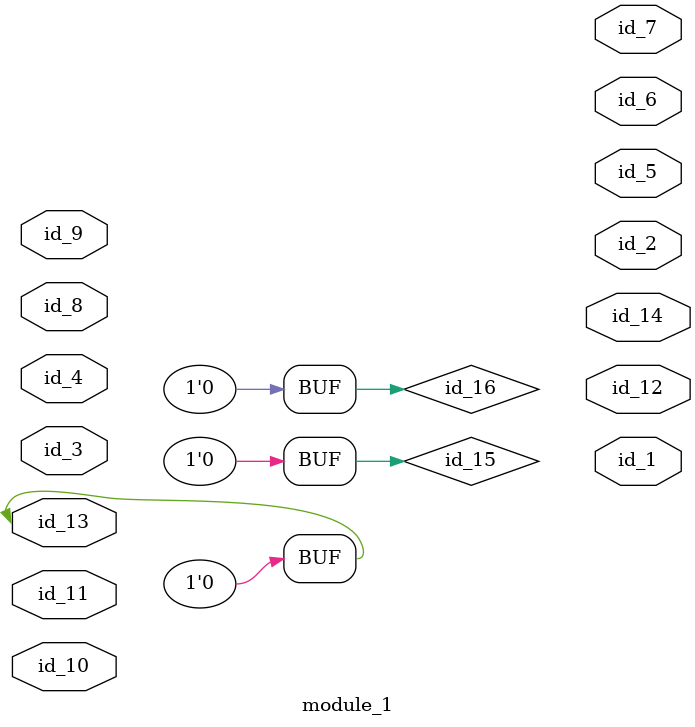
<source format=v>
module module_0 ();
  wire id_1;
  assign module_1.id_16 = 0;
endmodule
module module_1 (
    id_1,
    id_2,
    id_3,
    id_4,
    id_5,
    id_6,
    id_7,
    id_8,
    id_9,
    id_10,
    id_11,
    id_12,
    id_13,
    id_14
);
  output wire id_14;
  inout wire id_13;
  output wire id_12;
  inout wire id_11;
  inout wire id_10;
  inout wire id_9;
  input wire id_8;
  output wire id_7;
  output wire id_6;
  output wire id_5;
  input wire id_4;
  input wire id_3;
  output wire id_2;
  output wire id_1;
  supply0 id_15, id_16;
  wire id_17;
  always if (1 == -1'b0 == id_15) id_13 <= !(-1);
  wire id_18;
  wire id_19;
  module_0 modCall_1 ();
endmodule

</source>
